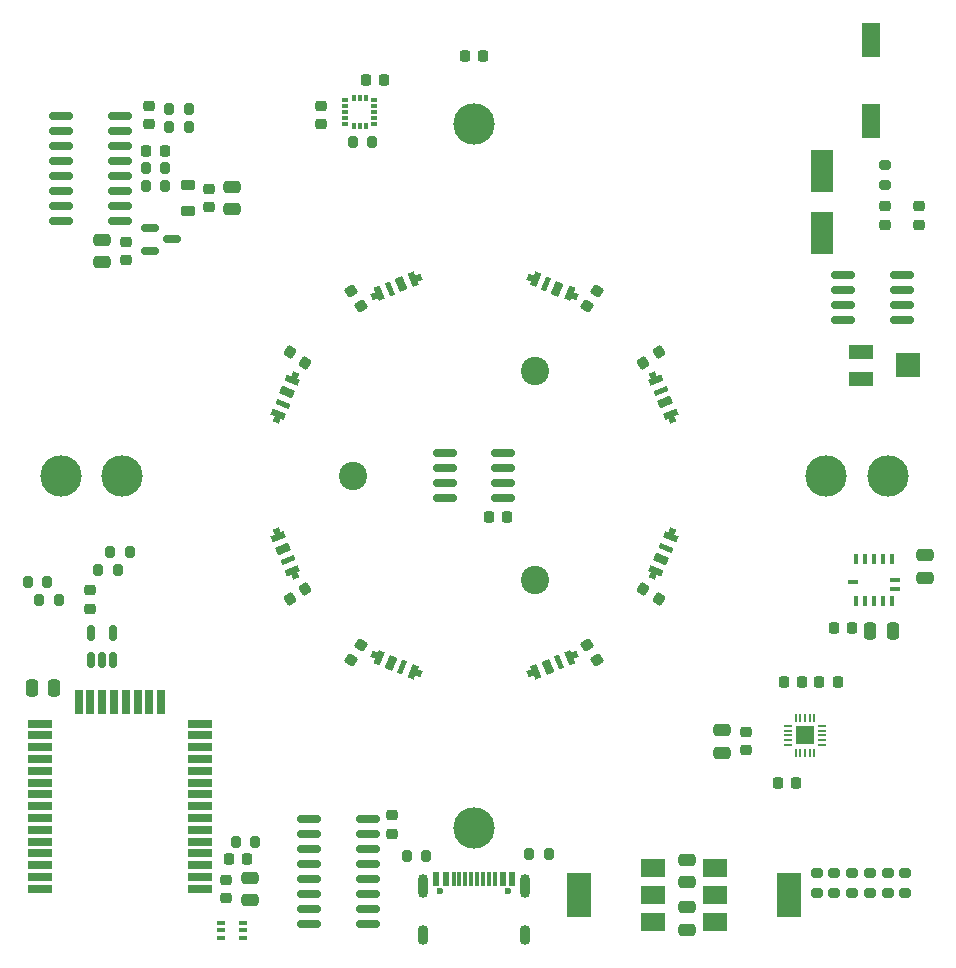
<source format=gbr>
%TF.GenerationSoftware,KiCad,Pcbnew,(6.0.10)*%
%TF.CreationDate,2023-01-22T12:58:48+02:00*%
%TF.ProjectId,view_base,76696577-5f62-4617-9365-2e6b69636164,rev?*%
%TF.SameCoordinates,Original*%
%TF.FileFunction,Soldermask,Top*%
%TF.FilePolarity,Negative*%
%FSLAX46Y46*%
G04 Gerber Fmt 4.6, Leading zero omitted, Abs format (unit mm)*
G04 Created by KiCad (PCBNEW (6.0.10)) date 2023-01-22 12:58:48*
%MOMM*%
%LPD*%
G01*
G04 APERTURE LIST*
G04 Aperture macros list*
%AMRoundRect*
0 Rectangle with rounded corners*
0 $1 Rounding radius*
0 $2 $3 $4 $5 $6 $7 $8 $9 X,Y pos of 4 corners*
0 Add a 4 corners polygon primitive as box body*
4,1,4,$2,$3,$4,$5,$6,$7,$8,$9,$2,$3,0*
0 Add four circle primitives for the rounded corners*
1,1,$1+$1,$2,$3*
1,1,$1+$1,$4,$5*
1,1,$1+$1,$6,$7*
1,1,$1+$1,$8,$9*
0 Add four rect primitives between the rounded corners*
20,1,$1+$1,$2,$3,$4,$5,0*
20,1,$1+$1,$4,$5,$6,$7,0*
20,1,$1+$1,$6,$7,$8,$9,0*
20,1,$1+$1,$8,$9,$2,$3,0*%
%AMRotRect*
0 Rectangle, with rotation*
0 The origin of the aperture is its center*
0 $1 length*
0 $2 width*
0 $3 Rotation angle, in degrees counterclockwise*
0 Add horizontal line*
21,1,$1,$2,0,0,$3*%
%AMFreePoly0*
4,1,9,0.499999,-0.675000,-0.050000,-0.675000,-0.050000,-0.275000,-0.500000,-0.275000,-0.500000,0.275000,-0.050000,0.275000,-0.050000,0.525000,0.500000,0.525000,0.499999,-0.675000,0.499999,-0.675000,$1*%
%AMFreePoly1*
4,1,9,0.050000,0.275000,0.500000,0.275000,0.500000,-0.275000,0.050000,-0.275000,0.050000,-0.675000,-0.500000,-0.675000,-0.500000,0.525000,0.050000,0.525000,0.050000,0.275000,0.050000,0.275000,$1*%
G04 Aperture macros list end*
%ADD10R,1.850000X3.600000*%
%ADD11R,0.600000X0.300000*%
%ADD12R,0.300000X0.600000*%
%ADD13R,0.805000X0.400000*%
%ADD14R,0.350000X0.805000*%
%ADD15R,1.600000X2.900000*%
%ADD16R,2.000000X1.300000*%
%ADD17R,2.000000X2.000000*%
%ADD18RoundRect,0.225000X-0.250000X0.225000X-0.250000X-0.225000X0.250000X-0.225000X0.250000X0.225000X0*%
%ADD19RoundRect,0.150000X0.825000X0.150000X-0.825000X0.150000X-0.825000X-0.150000X0.825000X-0.150000X0*%
%ADD20RoundRect,0.200000X-0.275000X0.200000X-0.275000X-0.200000X0.275000X-0.200000X0.275000X0.200000X0*%
%ADD21C,0.600000*%
%ADD22R,0.600000X1.160000*%
%ADD23R,0.300000X1.160000*%
%ADD24O,0.900000X2.000000*%
%ADD25O,0.900000X1.700000*%
%ADD26RoundRect,0.225000X0.250000X-0.225000X0.250000X0.225000X-0.250000X0.225000X-0.250000X-0.225000X0*%
%ADD27RoundRect,0.225000X-0.225000X-0.250000X0.225000X-0.250000X0.225000X0.250000X-0.225000X0.250000X0*%
%ADD28RoundRect,0.225000X0.225000X0.250000X-0.225000X0.250000X-0.225000X-0.250000X0.225000X-0.250000X0*%
%ADD29RoundRect,0.250000X0.250000X0.475000X-0.250000X0.475000X-0.250000X-0.475000X0.250000X-0.475000X0*%
%ADD30RoundRect,0.250000X0.475000X-0.250000X0.475000X0.250000X-0.475000X0.250000X-0.475000X-0.250000X0*%
%ADD31R,2.000000X1.500000*%
%ADD32R,2.000000X3.800000*%
%ADD33RoundRect,0.200000X0.200000X0.275000X-0.200000X0.275000X-0.200000X-0.275000X0.200000X-0.275000X0*%
%ADD34RoundRect,0.225000X0.082580X-0.326045X0.332913X0.047898X-0.082580X0.326045X-0.332913X-0.047898X0*%
%ADD35C,2.400000*%
%ADD36C,3.500000*%
%ADD37FreePoly0,337.500000*%
%ADD38RotRect,0.700000X1.200000X337.500000*%
%ADD39RotRect,0.450000X1.200000X337.500000*%
%ADD40FreePoly1,337.500000*%
%ADD41RoundRect,0.225000X-0.048479X-0.332829X0.325901X-0.083149X0.048479X0.332829X-0.325901X0.083149X0*%
%ADD42FreePoly0,292.500000*%
%ADD43RotRect,0.700000X1.200000X292.500000*%
%ADD44RotRect,0.450000X1.200000X292.500000*%
%ADD45FreePoly1,292.500000*%
%ADD46RoundRect,0.200000X-0.200000X-0.275000X0.200000X-0.275000X0.200000X0.275000X-0.200000X0.275000X0*%
%ADD47R,2.100000X0.700000*%
%ADD48R,0.700000X2.100000*%
%ADD49RoundRect,0.250000X-0.475000X0.250000X-0.475000X-0.250000X0.475000X-0.250000X0.475000X0.250000X0*%
%ADD50RoundRect,0.150000X-0.587500X-0.150000X0.587500X-0.150000X0.587500X0.150000X-0.587500X0.150000X0*%
%ADD51R,0.650000X0.400000*%
%ADD52RoundRect,0.150000X-0.825000X-0.150000X0.825000X-0.150000X0.825000X0.150000X-0.825000X0.150000X0*%
%ADD53RoundRect,0.150000X0.150000X-0.512500X0.150000X0.512500X-0.150000X0.512500X-0.150000X-0.512500X0*%
%ADD54RoundRect,0.225000X-0.332829X0.048479X-0.083149X-0.325901X0.332829X-0.048479X0.083149X0.325901X0*%
%ADD55FreePoly0,202.500000*%
%ADD56RotRect,0.700000X1.200000X202.500000*%
%ADD57RotRect,0.450000X1.200000X202.500000*%
%ADD58FreePoly1,202.500000*%
%ADD59FreePoly0,247.500000*%
%ADD60RotRect,0.700000X1.200000X247.500000*%
%ADD61RotRect,0.450000X1.200000X247.500000*%
%ADD62FreePoly1,247.500000*%
%ADD63RoundRect,0.225000X-0.326045X-0.082580X0.047898X-0.332913X0.326045X0.082580X-0.047898X0.332913X0*%
%ADD64RoundRect,0.218750X-0.381250X0.218750X-0.381250X-0.218750X0.381250X-0.218750X0.381250X0.218750X0*%
%ADD65RoundRect,0.050000X0.050000X-0.300000X0.050000X0.300000X-0.050000X0.300000X-0.050000X-0.300000X0*%
%ADD66RoundRect,0.050000X0.300000X-0.050000X0.300000X0.050000X-0.300000X0.050000X-0.300000X-0.050000X0*%
%ADD67R,1.500000X1.500000*%
%ADD68RoundRect,0.225000X0.048479X0.332829X-0.325901X0.083149X-0.048479X-0.332829X0.325901X-0.083149X0*%
%ADD69FreePoly0,112.500000*%
%ADD70RotRect,0.700000X1.200000X112.500000*%
%ADD71RotRect,0.450000X1.200000X112.500000*%
%ADD72FreePoly1,112.500000*%
%ADD73RoundRect,0.225000X0.332829X-0.048479X0.083149X0.325901X-0.332829X0.048479X-0.083149X-0.325901X0*%
%ADD74RoundRect,0.225000X-0.082580X0.326045X-0.332913X-0.047898X0.082580X-0.326045X0.332913X0.047898X0*%
%ADD75FreePoly0,157.500000*%
%ADD76RotRect,0.700000X1.200000X157.500000*%
%ADD77RotRect,0.450000X1.200000X157.500000*%
%ADD78FreePoly1,157.500000*%
%ADD79FreePoly0,67.500000*%
%ADD80RotRect,0.700000X1.200000X67.500000*%
%ADD81RotRect,0.450000X1.200000X67.500000*%
%ADD82FreePoly1,67.500000*%
%ADD83RoundRect,0.225000X0.326045X0.082580X-0.047898X0.332913X-0.326045X-0.082580X0.047898X-0.332913X0*%
%ADD84FreePoly0,22.500000*%
%ADD85RotRect,0.700000X1.200000X22.500000*%
%ADD86RotRect,0.450000X1.200000X22.500000*%
%ADD87FreePoly1,22.500000*%
G04 APERTURE END LIST*
D10*
%TO.C,C37*%
X129413000Y-74185000D03*
X129413000Y-79485000D03*
%TD*%
D11*
%TO.C,AC1*%
X89097000Y-68215000D03*
X89097000Y-68715000D03*
X89097000Y-69215000D03*
X89097000Y-69715000D03*
X89097000Y-70215000D03*
D12*
X89797000Y-70415000D03*
X90297000Y-70415000D03*
X90797000Y-70415000D03*
D11*
X91497000Y-70215000D03*
X91497000Y-69715000D03*
X91497000Y-69215000D03*
X91497000Y-68715000D03*
X91497000Y-68215000D03*
D12*
X90797000Y-68015000D03*
X90297000Y-68015000D03*
X89797000Y-68015000D03*
%TD*%
D13*
%TO.C,U11*%
X135630000Y-108839000D03*
X132086000Y-109014000D03*
D14*
X132358000Y-107067000D03*
X133108000Y-107067000D03*
X133858000Y-107067000D03*
X134608000Y-107067000D03*
X135358000Y-107067000D03*
D13*
X135630000Y-109639000D03*
D14*
X135358000Y-110611000D03*
X134608000Y-110611000D03*
X133858000Y-110611000D03*
X133108000Y-110611000D03*
X132358000Y-110611000D03*
%TD*%
D15*
%TO.C,LS1*%
X133604000Y-69998000D03*
X133604000Y-63098000D03*
%TD*%
D16*
%TO.C,R19*%
X132747000Y-91828000D03*
D17*
X136747000Y-90678000D03*
D16*
X132747000Y-89528000D03*
%TD*%
D18*
%TO.C,C35*%
X137668000Y-77203000D03*
X137668000Y-78753000D03*
%TD*%
%TO.C,C36*%
X134747000Y-77203000D03*
X134747000Y-78753000D03*
%TD*%
D19*
%TO.C,U10*%
X136206000Y-86868000D03*
X136206000Y-85598000D03*
X136206000Y-84328000D03*
X136206000Y-83058000D03*
X131256000Y-83058000D03*
X131256000Y-84328000D03*
X131256000Y-85598000D03*
X131256000Y-86868000D03*
%TD*%
D20*
%TO.C,R20*%
X134747000Y-73724000D03*
X134747000Y-75374000D03*
%TD*%
D21*
%TO.C,J2*%
X97110000Y-135202000D03*
X102890000Y-135202000D03*
D22*
X96800000Y-134142000D03*
X97600000Y-134142000D03*
D23*
X98750000Y-134142000D03*
X99750000Y-134142000D03*
X100250000Y-134142000D03*
X101250000Y-134142000D03*
D22*
X102400000Y-134142000D03*
X103200000Y-134142000D03*
X103200000Y-134142000D03*
X102400000Y-134142000D03*
D23*
X101750000Y-134142000D03*
X100750000Y-134142000D03*
X99250000Y-134142000D03*
X98250000Y-134142000D03*
D22*
X97600000Y-134142000D03*
X96800000Y-134142000D03*
D24*
X95680000Y-134722000D03*
D25*
X95680000Y-138892000D03*
D24*
X104320000Y-134722000D03*
D25*
X104320000Y-138892000D03*
%TD*%
D26*
%TO.C,C30*%
X86995000Y-70244000D03*
X86995000Y-68694000D03*
%TD*%
D27*
%TO.C,C31*%
X90792000Y-66548000D03*
X92342000Y-66548000D03*
%TD*%
D28*
%TO.C,C33*%
X130416000Y-112903000D03*
X131966000Y-112903000D03*
%TD*%
D29*
%TO.C,C32*%
X135443000Y-113157000D03*
X133543000Y-113157000D03*
%TD*%
D30*
%TO.C,C34*%
X138176000Y-108646000D03*
X138176000Y-106746000D03*
%TD*%
D31*
%TO.C,U9*%
X115150000Y-137800000D03*
D32*
X108850000Y-135500000D03*
D31*
X115150000Y-135500000D03*
X115150000Y-133200000D03*
%TD*%
%TO.C,U6*%
X120350000Y-133200000D03*
D32*
X126650000Y-135500000D03*
D31*
X120350000Y-135500000D03*
X120350000Y-137800000D03*
%TD*%
D33*
%TO.C,R18*%
X89726000Y-71755000D03*
X91376000Y-71755000D03*
%TD*%
D34*
%TO.C,C2*%
X89568871Y-115611013D03*
X90431129Y-114322987D03*
%TD*%
D35*
%TO.C,H3*%
X105125427Y-91122500D03*
%TD*%
%TO.C,H1*%
X105125427Y-108877499D03*
%TD*%
%TO.C,H2*%
X89749146Y-100000000D03*
%TD*%
D36*
%TO.C,H4*%
X100000000Y-129800000D03*
%TD*%
%TO.C,H5*%
X70200000Y-100000000D03*
%TD*%
%TO.C,H6*%
X100000000Y-70200000D03*
%TD*%
D37*
%TO.C,D2*%
X91735336Y-115248051D03*
D38*
X92953872Y-115833965D03*
D39*
X93900849Y-116226215D03*
D40*
X95061302Y-116625711D03*
%TD*%
D36*
%TO.C,H7*%
X129800000Y-100000000D03*
%TD*%
D41*
%TO.C,C1*%
X84388236Y-110430004D03*
X85677764Y-109569996D03*
%TD*%
D42*
%TO.C,D1*%
X83374000Y-104938000D03*
D43*
X83821332Y-106213938D03*
D44*
X84213582Y-107160915D03*
D45*
X84751660Y-108263966D03*
%TD*%
D33*
%TO.C,R1*%
X94298000Y-132207000D03*
X95948000Y-132207000D03*
%TD*%
D46*
%TO.C,R2*%
X104675000Y-132080000D03*
X106325000Y-132080000D03*
%TD*%
D47*
%TO.C,U2*%
X76800000Y-135000000D03*
X76800000Y-134000000D03*
X76800000Y-133000000D03*
X76800000Y-132000000D03*
X76800000Y-131000000D03*
X76800000Y-130000000D03*
X76800000Y-129000000D03*
X76800000Y-128000000D03*
X76800000Y-127000000D03*
X76800000Y-126000000D03*
X76800000Y-125000000D03*
X76800000Y-124000000D03*
X76800000Y-123000000D03*
X76800000Y-122000000D03*
X76800000Y-121000000D03*
D48*
X73500000Y-119200000D03*
X72500000Y-119200000D03*
X71500000Y-119200000D03*
X70500000Y-119200000D03*
X69500000Y-119200000D03*
X68500000Y-119200000D03*
X67500000Y-119200000D03*
X66500000Y-119200000D03*
D47*
X63200000Y-121000000D03*
X63200000Y-122000000D03*
X63200000Y-123000000D03*
X63200000Y-124000000D03*
X63200000Y-125000000D03*
X63200000Y-126000000D03*
X63200000Y-127000000D03*
X63200000Y-128000000D03*
X63200000Y-129000000D03*
X63200000Y-130000000D03*
X63200000Y-131000000D03*
X63200000Y-132000000D03*
X63200000Y-133000000D03*
X63200000Y-134000000D03*
X63200000Y-135000000D03*
%TD*%
D18*
%TO.C,C11*%
X93000000Y-128765000D03*
X93000000Y-130315000D03*
%TD*%
D49*
%TO.C,C13*%
X121000000Y-121550000D03*
X121000000Y-123450000D03*
%TD*%
D18*
%TO.C,C14*%
X123000000Y-121725000D03*
X123000000Y-123275000D03*
%TD*%
D27*
%TO.C,C15*%
X125725000Y-126000000D03*
X127275000Y-126000000D03*
%TD*%
D49*
%TO.C,C16*%
X68500000Y-80050000D03*
X68500000Y-81950000D03*
%TD*%
D27*
%TO.C,C17*%
X129225000Y-117500000D03*
X130775000Y-117500000D03*
%TD*%
D30*
%TO.C,C18*%
X79500000Y-77450000D03*
X79500000Y-75550000D03*
%TD*%
D28*
%TO.C,C22*%
X73775000Y-72500000D03*
X72225000Y-72500000D03*
%TD*%
D50*
%TO.C,Q1*%
X72562500Y-79050000D03*
X72562500Y-80950000D03*
X74437500Y-80000000D03*
%TD*%
D46*
%TO.C,R4*%
X72175000Y-74000000D03*
X73825000Y-74000000D03*
%TD*%
%TO.C,R5*%
X74175000Y-70500000D03*
X75825000Y-70500000D03*
%TD*%
D29*
%TO.C,C26*%
X64450000Y-118000000D03*
X62550000Y-118000000D03*
%TD*%
D51*
%TO.C,Q2*%
X78550000Y-137850000D03*
X78550000Y-138500000D03*
X78550000Y-139150000D03*
X80450000Y-139150000D03*
X80450000Y-138500000D03*
X80450000Y-137850000D03*
%TD*%
D52*
%TO.C,U3*%
X86025000Y-129055000D03*
X86025000Y-130325000D03*
X86025000Y-131595000D03*
X86025000Y-132865000D03*
X86025000Y-134135000D03*
X86025000Y-135405000D03*
X86025000Y-136675000D03*
X86025000Y-137945000D03*
X90975000Y-137945000D03*
X90975000Y-136675000D03*
X90975000Y-135405000D03*
X90975000Y-134135000D03*
X90975000Y-132865000D03*
X90975000Y-131595000D03*
X90975000Y-130325000D03*
X90975000Y-129055000D03*
%TD*%
D18*
%TO.C,C12*%
X70500000Y-80225000D03*
X70500000Y-81775000D03*
%TD*%
D53*
%TO.C,U7*%
X67550000Y-115637500D03*
X68500000Y-115637500D03*
X69450000Y-115637500D03*
X69450000Y-113362500D03*
X67550000Y-113362500D03*
%TD*%
D54*
%TO.C,C7*%
X89569996Y-84388236D03*
X90430004Y-85677764D03*
%TD*%
D55*
%TO.C,D7*%
X95062000Y-83374000D03*
D56*
X93786062Y-83821332D03*
D57*
X92839085Y-84213582D03*
D58*
X91736034Y-84751660D03*
%TD*%
D59*
%TO.C,D8*%
X84751949Y-91735336D03*
D60*
X84166035Y-92953872D03*
D61*
X83773785Y-93900849D03*
D62*
X83374289Y-95061302D03*
%TD*%
D63*
%TO.C,C8*%
X84388987Y-89568871D03*
X85677013Y-90431129D03*
%TD*%
D64*
%TO.C,L1*%
X75750000Y-75437500D03*
X75750000Y-77562500D03*
%TD*%
D65*
%TO.C,U5*%
X127200000Y-123450000D03*
X127600000Y-123450000D03*
X128000000Y-123450000D03*
X128400000Y-123450000D03*
X128800000Y-123450000D03*
D66*
X129450000Y-122800000D03*
X129450000Y-122400000D03*
X129450000Y-122000000D03*
X129450000Y-121600000D03*
X129450000Y-121200000D03*
D65*
X128800000Y-120550000D03*
X128400000Y-120550000D03*
X128000000Y-120550000D03*
X127600000Y-120550000D03*
X127200000Y-120550000D03*
D66*
X126550000Y-121200000D03*
X126550000Y-121600000D03*
X126550000Y-122000000D03*
X126550000Y-122400000D03*
X126550000Y-122800000D03*
D67*
X128000000Y-122000000D03*
%TD*%
D28*
%TO.C,C27*%
X100775000Y-64500000D03*
X99225000Y-64500000D03*
%TD*%
%TO.C,C21*%
X127775000Y-117500000D03*
X126225000Y-117500000D03*
%TD*%
D33*
%TO.C,R16*%
X70825000Y-106500000D03*
X69175000Y-106500000D03*
%TD*%
D19*
%TO.C,U1*%
X102475000Y-101905000D03*
X102475000Y-100635000D03*
X102475000Y-99365000D03*
X102475000Y-98095000D03*
X97525000Y-98095000D03*
X97525000Y-99365000D03*
X97525000Y-100635000D03*
X97525000Y-101905000D03*
%TD*%
D28*
%TO.C,C20*%
X102775000Y-103500000D03*
X101225000Y-103500000D03*
%TD*%
D26*
%TO.C,C29*%
X67500000Y-111275000D03*
X67500000Y-109725000D03*
%TD*%
D46*
%TO.C,R15*%
X68175000Y-108000000D03*
X69825000Y-108000000D03*
%TD*%
D33*
%TO.C,R14*%
X64825000Y-110500000D03*
X63175000Y-110500000D03*
%TD*%
%TO.C,R13*%
X63825000Y-109000000D03*
X62175000Y-109000000D03*
%TD*%
D19*
%TO.C,U4*%
X69975000Y-78445000D03*
X69975000Y-77175000D03*
X69975000Y-75905000D03*
X69975000Y-74635000D03*
X69975000Y-73365000D03*
X69975000Y-72095000D03*
X69975000Y-70825000D03*
X69975000Y-69555000D03*
X65025000Y-69555000D03*
X65025000Y-70825000D03*
X65025000Y-72095000D03*
X65025000Y-73365000D03*
X65025000Y-74635000D03*
X65025000Y-75905000D03*
X65025000Y-77175000D03*
X65025000Y-78445000D03*
%TD*%
D33*
%TO.C,R6*%
X75825000Y-69000000D03*
X74175000Y-69000000D03*
%TD*%
D26*
%TO.C,C19*%
X77500000Y-77275000D03*
X77500000Y-75725000D03*
%TD*%
D33*
%TO.C,R3*%
X73825000Y-75500000D03*
X72175000Y-75500000D03*
%TD*%
D18*
%TO.C,C23*%
X72500000Y-68725000D03*
X72500000Y-70275000D03*
%TD*%
D20*
%TO.C,R7*%
X129000000Y-133675000D03*
X129000000Y-135325000D03*
%TD*%
%TO.C,R8*%
X130500000Y-133675000D03*
X130500000Y-135325000D03*
%TD*%
%TO.C,R12*%
X136500000Y-133675000D03*
X136500000Y-135325000D03*
%TD*%
%TO.C,R9*%
X132000000Y-133675000D03*
X132000000Y-135325000D03*
%TD*%
%TO.C,R10*%
X133500000Y-133675000D03*
X133500000Y-135325000D03*
%TD*%
%TO.C,R11*%
X135000000Y-133675000D03*
X135000000Y-135325000D03*
%TD*%
D33*
%TO.C,R17*%
X81470000Y-131000000D03*
X79820000Y-131000000D03*
%TD*%
D27*
%TO.C,C28*%
X79225000Y-132500000D03*
X80775000Y-132500000D03*
%TD*%
D18*
%TO.C,C25*%
X79000000Y-134225000D03*
X79000000Y-135775000D03*
%TD*%
D30*
%TO.C,C10*%
X118000000Y-138450000D03*
X118000000Y-136550000D03*
%TD*%
D49*
%TO.C,C9*%
X118000000Y-132550000D03*
X118000000Y-134450000D03*
%TD*%
D36*
%TO.C,H8*%
X135000000Y-100000000D03*
%TD*%
%TO.C,H9*%
X65000000Y-100000000D03*
%TD*%
D49*
%TO.C,C24*%
X81000000Y-134050000D03*
X81000000Y-135950000D03*
%TD*%
D68*
%TO.C,C5*%
X115611764Y-89569996D03*
X114322236Y-90430004D03*
%TD*%
D69*
%TO.C,D5*%
X116626000Y-95062000D03*
D70*
X116178668Y-93786062D03*
D71*
X115786418Y-92839085D03*
D72*
X115248340Y-91736034D03*
%TD*%
D73*
%TO.C,C3*%
X110430004Y-115611764D03*
X109569996Y-114322236D03*
%TD*%
D74*
%TO.C,C6*%
X110431129Y-84388987D03*
X109568871Y-85677013D03*
%TD*%
D75*
%TO.C,D6*%
X108264664Y-84751949D03*
D76*
X107046128Y-84166035D03*
D77*
X106099151Y-83773785D03*
D78*
X104938698Y-83374289D03*
%TD*%
D79*
%TO.C,D4*%
X115248051Y-108264664D03*
D80*
X115833965Y-107046128D03*
D81*
X116226215Y-106099151D03*
D82*
X116625711Y-104938698D03*
%TD*%
D83*
%TO.C,C4*%
X115611013Y-110431129D03*
X114322987Y-109568871D03*
%TD*%
D84*
%TO.C,D3*%
X104938000Y-116626000D03*
D85*
X106213938Y-116178668D03*
D86*
X107160915Y-115786418D03*
D87*
X108263966Y-115248340D03*
%TD*%
M02*

</source>
